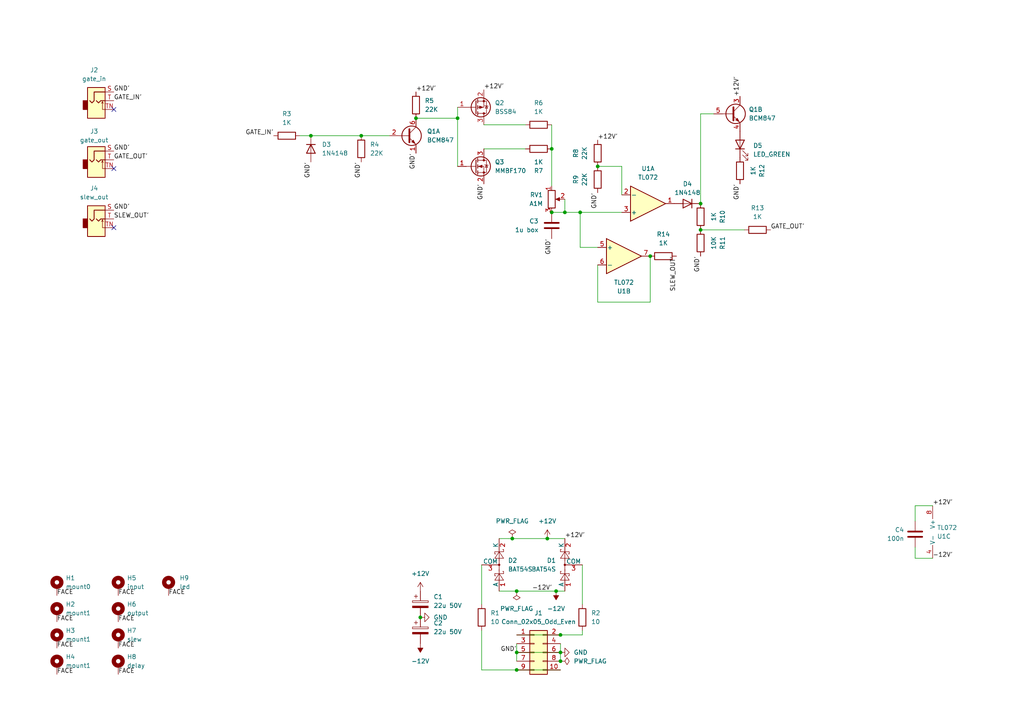
<source format=kicad_sch>
(kicad_sch (version 20230121) (generator eeschema)
  (paper "A4")
  (lib_symbols
    (symbol "Amplifier_Operational:TL072" (pin_names (offset 0.127))
      (property "Reference" "U" (at 0 5.08 0))
      (property "Value" "TL072" (at 0 -5.08 0))
      (symbol "TL072_1_1"
        (polyline (pts (xy -5.08 5.08) (xy 5.08 0) (xy -5.08 -5.08) (xy -5.08 5.08)) (stroke (width 0.254)) (fill (type background)))
        (pin output line (at 7.62 0 180) (length 2.54) (name "~") (number "1"))
        (pin input line (at -7.62 -2.54 0) (length 2.54) (name "-") (number "2"))
        (pin input line (at -7.62 2.54 0) (length 2.54) (name "+") (number "3"))
      )
      (symbol "TL072_2_1"
        (polyline (pts (xy -5.08 5.08) (xy 5.08 0) (xy -5.08 -5.08) (xy -5.08 5.08)) (stroke (width 0.254)) (fill (type background)))
        (pin input line (at -7.62 2.54 0) (length 2.54) (name "+") (number "5"))
        (pin input line (at -7.62 -2.54 0) (length 2.54) (name "-") (number "6"))
        (pin output line (at 7.62 0 180) (length 2.54) (name "~") (number "7"))
      )
      (symbol "TL072_3_1"
        (pin power_in line (at -2.54 -7.62 90) (length 3.81) (name "V-") (number "4"))
        (pin power_in line (at -2.54 7.62 270) (length 3.81) (name "V+") (number "8"))
      )
    )
    (symbol "Device:C" (pin_numbers hide) (pin_names (offset 0.254))
      (property "Reference" "C" (at 0.635 2.54 0))
      (property "Value" "C" (at 0.635 -2.54 0))
      (symbol "C_0_1"
        (polyline (pts (xy -2.032 -0.762) (xy 2.032 -0.762)) (stroke (width 0.508)))
        (polyline (pts (xy -2.032 0.762) (xy 2.032 0.762)) (stroke (width 0.508)))
      )
      (symbol "C_1_1"
        (pin passive line (at 0 3.81 270) (length 2.794) (name "~") (number "1"))
        (pin passive line (at 0 -3.81 90) (length 2.794) (name "~") (number "2"))
      )
    )
    (symbol "Device:C_Polarized" (pin_numbers hide) (pin_names (offset 0.254))
      (property "Reference" "C" (at 0.635 2.54 0))
      (property "Value" "C_Polarized" (at 0.635 -2.54 0))
      (symbol "C_Polarized_0_1"
        (rectangle (start -2.286 0.508) (end 2.286 1.016))
        (polyline (pts (xy -1.778 2.286) (xy -0.762 2.286)))
        (polyline (pts (xy -1.27 2.794) (xy -1.27 1.778)))
        (rectangle (start 2.286 -0.508) (end -2.286 -1.016) (fill (type outline)))
      )
      (symbol "C_Polarized_1_1"
        (pin passive line (at 0 3.81 270) (length 2.794) (name "~") (number "1"))
        (pin passive line (at 0 -3.81 90) (length 2.794) (name "~") (number "2"))
      )
    )
    (symbol "Device:D" (pin_numbers hide) (pin_names (offset 1.016) hide)
      (property "Reference" "D" (at 0 2.54 0))
      (property "Value" "D" (at 0 -2.54 0))
      (symbol "D_0_1"
        (polyline (pts (xy -1.27 1.27) (xy -1.27 -1.27)) (stroke (width 0.254)))
        (polyline (pts (xy 1.27 0) (xy -1.27 0)))
        (polyline (pts (xy 1.27 1.27) (xy 1.27 -1.27) (xy -1.27 0) (xy 1.27 1.27)) (stroke (width 0.254)))
      )
      (symbol "D_1_1"
        (pin passive line (at -3.81 0 0) (length 2.54) (name "K") (number "1"))
        (pin passive line (at 3.81 0 180) (length 2.54) (name "A") (number "2"))
      )
    )
    (symbol "Device:LED" (pin_numbers hide) (pin_names (offset 1.016) hide)
      (property "Reference" "D" (at 0 2.54 0))
      (property "Value" "LED" (at 0 -2.54 0))
      (symbol "LED_0_1"
        (polyline (pts (xy -1.27 -1.27) (xy -1.27 1.27)) (stroke (width 0.254)))
        (polyline (pts (xy -1.27 0) (xy 1.27 0)))
        (polyline (pts (xy 1.27 -1.27) (xy 1.27 1.27) (xy -1.27 0) (xy 1.27 -1.27)) (stroke (width 0.254)))
        (polyline (pts (xy -3.048 -0.762) (xy -4.572 -2.286) (xy -3.81 -2.286) (xy -4.572 -2.286) (xy -4.572 -1.524)))
        (polyline (pts (xy -1.778 -0.762) (xy -3.302 -2.286) (xy -2.54 -2.286) (xy -3.302 -2.286) (xy -3.302 -1.524)))
      )
      (symbol "LED_1_1"
        (pin passive line (at -3.81 0 0) (length 2.54) (name "K") (number "1"))
        (pin passive line (at 3.81 0 180) (length 2.54) (name "A") (number "2"))
      )
    )
    (symbol "Device:Q_Dual_NPN_NPN_E1B1C2E2B2C1" (pin_names (offset 0) hide)
      (property "Reference" "Q" (at 5.08 1.27 0))
      (property "Value" "Q_Dual_NPN_NPN_E1B1C2E2B2C1" (at 5.08 -1.27 0))
      (symbol "Q_Dual_NPN_NPN_E1B1C2E2B2C1_0_1"
        (polyline (pts (xy 0.635 0) (xy -2.54 0)))
        (polyline (pts (xy 0.635 0.635) (xy 2.54 2.54)))
        (polyline (pts (xy 0.635 -0.635) (xy 2.54 -2.54) (xy 2.54 -2.54)))
        (polyline (pts (xy 0.635 1.905) (xy 0.635 -1.905) (xy 0.635 -1.905)) (stroke (width 0.508)))
        (polyline (pts (xy 1.27 -1.778) (xy 1.778 -1.27) (xy 2.286 -2.286) (xy 1.27 -1.778) (xy 1.27 -1.778)) (fill (type outline)))
        (circle (center 1.27 0) (radius 2.8194) (stroke (width 0.254)))
      )
      (symbol "Q_Dual_NPN_NPN_E1B1C2E2B2C1_1_1"
        (pin passive line (at 2.54 -5.08 90) (length 2.54) (name "E1") (number "1"))
        (pin input line (at -5.08 0 0) (length 2.54) (name "B1") (number "2"))
        (pin passive line (at 2.54 5.08 270) (length 2.54) (name "C1") (number "6"))
      )
      (symbol "Q_Dual_NPN_NPN_E1B1C2E2B2C1_2_1"
        (pin passive line (at 2.54 5.08 270) (length 2.54) (name "C2") (number "3"))
        (pin passive line (at 2.54 -5.08 90) (length 2.54) (name "E2") (number "4"))
        (pin input line (at -5.08 0 0) (length 2.54) (name "B2") (number "5"))
      )
    )
    (symbol "Device:R" (pin_numbers hide) (pin_names (offset 0))
      (property "Reference" "R" (at 2.032 0 90))
      (property "Value" "R" (at 0 0 90))
      (symbol "R_0_1"
        (rectangle (start -1.016 -2.54) (end 1.016 2.54) (stroke (width 0.254)))
      )
      (symbol "R_1_1"
        (pin passive line (at 0 3.81 270) (length 1.27) (name "~") (number "1"))
        (pin passive line (at 0 -3.81 90) (length 1.27) (name "~") (number "2"))
      )
    )
    (symbol "Device:R_Potentiometer" (pin_names (offset 1.016) hide)
      (property "Reference" "RV" (at -4.445 0 90))
      (property "Value" "R_Potentiometer" (at -2.54 0 90))
      (symbol "R_Potentiometer_0_1"
        (polyline (pts (xy 2.54 0) (xy 1.524 0)))
        (polyline (pts (xy 1.143 0) (xy 2.286 0.508) (xy 2.286 -0.508) (xy 1.143 0)) (fill (type outline)))
        (rectangle (start 1.016 2.54) (end -1.016 -2.54) (stroke (width 0.254)))
      )
      (symbol "R_Potentiometer_1_1"
        (pin passive line (at 0 3.81 270) (length 1.27) (name "1") (number "1"))
        (pin passive line (at 3.81 0 180) (length 1.27) (name "2") (number "2"))
        (pin passive line (at 0 -3.81 90) (length 1.27) (name "3") (number "3"))
      )
    )
    (symbol "Eurorack:AudioJack2_SwitchT"
      (property "Reference" "J" (at 0 8.89 0))
      (property "Value" "AudioJack2_SwitchT" (at 0 6.35 0))
      (symbol "AudioJack2_SwitchT_0_1"
        (rectangle (start -2.54 0) (end -3.81 -2.54) (stroke (width 0.254)) (fill (type outline)))
        (rectangle (start -2.54 3.81) (end 2.54 -5.08) (stroke (width 0.254)) (fill (type background)))
        (polyline (pts (xy 1.778 -0.254) (xy 2.032 -0.762)))
        (polyline (pts (xy 0 0) (xy 0.635 -0.635) (xy 1.27 0) (xy 2.54 0)) (stroke (width 0.254)))
        (polyline (pts (xy 2.54 -2.54) (xy 1.778 -2.54) (xy 1.778 -0.254) (xy 1.524 -0.762)))
        (polyline (pts (xy 2.54 2.54) (xy -0.635 2.54) (xy -0.635 0) (xy -1.27 -0.635) (xy -1.905 0)) (stroke (width 0.254)))
      )
      (symbol "AudioJack2_SwitchT_1_1"
        (pin passive line (at 5.08 2.54 180) (length 2.54) (name "~") (number "S"))
        (pin passive line (at 5.08 0 180) (length 2.54) (name "~") (number "T"))
        (pin passive line (at 5.08 -2.54 180) (length 2.54) (name "~") (number "TN"))
      )
    )
    (symbol "Eurorack:BAT54S" (pin_names (offset 0))
      (property "Reference" "D" (at 2.54 -5.08 0))
      (property "Value" "BAT54S" (at -6.35 3.175 0))
      (symbol "BAT54S_0_1"
        (polyline (pts (xy -3.81 0) (xy -1.27 0)))
        (polyline (pts (xy -3.175 -1.27) (xy -3.175 -1.016)))
        (polyline (pts (xy -2.54 -1.27) (xy -3.175 -1.27)))
        (polyline (pts (xy -2.54 -1.27) (xy -2.54 1.27)))
        (polyline (pts (xy -2.54 1.27) (xy -1.905 1.27)))
        (polyline (pts (xy -1.905 0) (xy 1.905 0)))
        (polyline (pts (xy -1.905 1.27) (xy -1.905 1.016)))
        (polyline (pts (xy 1.27 0) (xy 3.81 0)))
        (polyline (pts (xy 3.175 -1.27) (xy 3.175 -1.016)))
        (polyline (pts (xy 3.81 -1.27) (xy 3.175 -1.27)))
        (polyline (pts (xy 3.81 -1.27) (xy 3.81 1.27)))
        (polyline (pts (xy 3.81 1.27) (xy 4.445 1.27)))
        (polyline (pts (xy 4.445 1.27) (xy 4.445 1.016)))
        (polyline (pts (xy -4.445 1.27) (xy -4.445 -1.27) (xy -2.54 0) (xy -4.445 1.27)))
        (polyline (pts (xy 1.905 1.27) (xy 1.905 -1.27) (xy 3.81 0) (xy 1.905 1.27)))
        (circle (center 0 0) (radius 0.254) (fill (type outline)))
      )
      (symbol "BAT54S_1_1"
        (pin passive line (at -7.62 0 0) (length 3.81) (name "A") (number "1"))
        (pin passive line (at 7.62 0 180) (length 3.81) (name "K") (number "2"))
        (pin passive line (at 0 -5.08 90) (length 5.08) (name "COM") (number "3"))
      )
    )
    (symbol "Eurorack:Conn_02x05_Odd_Even" (pin_names (offset 1.016) hide)
      (property "Reference" "J" (at 1.27 7.62 0))
      (property "Value" "Conn_02x05_Odd_Even" (at 1.27 -7.62 0))
      (symbol "Conn_02x05_Odd_Even_1_1"
        (rectangle (start -1.27 -4.953) (end 0 -5.207) (stroke (width 0.1524)))
        (rectangle (start -1.27 -2.413) (end 0 -2.667) (stroke (width 0.1524)))
        (rectangle (start -1.27 0.127) (end 0 -0.127) (stroke (width 0.1524)))
        (rectangle (start -1.27 2.667) (end 0 2.413) (stroke (width 0.1524)))
        (rectangle (start -1.27 5.207) (end 0 4.953) (stroke (width 0.1524)))
        (rectangle (start -1.27 6.35) (end 3.81 -6.35) (stroke (width 0.254)) (fill (type background)))
        (rectangle (start 3.81 -4.953) (end 2.54 -5.207) (stroke (width 0.1524)))
        (rectangle (start 3.81 -2.413) (end 2.54 -2.667) (stroke (width 0.1524)))
        (rectangle (start 3.81 0.127) (end 2.54 -0.127) (stroke (width 0.1524)))
        (rectangle (start 3.81 2.667) (end 2.54 2.413) (stroke (width 0.1524)))
        (rectangle (start 3.81 5.207) (end 2.54 4.953) (stroke (width 0.1524)))
        (pin passive line (at -5.08 5.08 0) (length 3.81) (name "Pin_1") (number "1"))
        (pin passive line (at 7.62 -5.08 180) (length 3.81) (name "Pin_10") (number "10"))
        (pin passive line (at 7.62 5.08 180) (length 3.81) (name "Pin_2") (number "2"))
        (pin passive line (at -5.08 2.54 0) (length 3.81) (name "Pin_3") (number "3"))
        (pin passive line (at 7.62 2.54 180) (length 3.81) (name "Pin_4") (number "4"))
        (pin passive line (at -5.08 0 0) (length 3.81) (name "Pin_5") (number "5"))
        (pin passive line (at 7.62 0 180) (length 3.81) (name "Pin_6") (number "6"))
        (pin passive line (at -5.08 -2.54 0) (length 3.81) (name "Pin_7") (number "7"))
        (pin passive line (at 7.62 -2.54 180) (length 3.81) (name "Pin_8") (number "8"))
        (pin passive line (at -5.08 -5.08 0) (length 3.81) (name "Pin_9") (number "9"))
      )
    )
    (symbol "Eurorack:MountingHole_Pad_Output" (pin_numbers hide) (pin_names (offset 1.016) hide) (in_bom no)
      (property "Reference" "H" (at 0 6.35 0))
      (property "Value" "MountingHole_Pad_Output" (at 0 4.445 0))
      (symbol "MountingHole_Pad_Output_0_1"
        (circle (center 0 1.27) (radius 1.27) (stroke (width 1.27)))
      )
      (symbol "MountingHole_Pad_Output_1_1"
        (pin output line (at 0 -2.54 90) (length 2.54) (name "1") (number "1"))
      )
    )
    (symbol "Mechanical:MountingHole_Pad" (pin_numbers hide) (pin_names (offset 1.016) hide)
      (property "Reference" "H" (at 0 6.35 0))
      (property "Value" "MountingHole_Pad" (at 0 4.445 0))
      (symbol "MountingHole_Pad_0_1"
        (circle (center 0 1.27) (radius 1.27) (stroke (width 1.27)))
      )
      (symbol "MountingHole_Pad_1_1"
        (pin input line (at 0 -2.54 90) (length 2.54) (name "1") (number "1"))
      )
    )
    (symbol "Transistor_FET:BSS84" (pin_names hide)
      (property "Reference" "Q" (at 5.08 1.905 0))
      (property "Value" "BSS84" (at 5.08 0 0))
      (symbol "BSS84_0_1"
        (polyline (pts (xy 0.254 0) (xy -2.54 0)))
        (polyline (pts (xy 0.254 1.905) (xy 0.254 -1.905)) (stroke (width 0.254)))
        (polyline (pts (xy 0.762 -1.27) (xy 0.762 -2.286)) (stroke (width 0.254)))
        (polyline (pts (xy 0.762 0.508) (xy 0.762 -0.508)) (stroke (width 0.254)))
        (polyline (pts (xy 0.762 2.286) (xy 0.762 1.27)) (stroke (width 0.254)))
        (polyline (pts (xy 2.54 2.54) (xy 2.54 1.778)))
        (polyline (pts (xy 2.54 -2.54) (xy 2.54 0) (xy 0.762 0)))
        (polyline (pts (xy 0.762 1.778) (xy 3.302 1.778) (xy 3.302 -1.778) (xy 0.762 -1.778)))
        (polyline (pts (xy 2.286 0) (xy 1.27 0.381) (xy 1.27 -0.381) (xy 2.286 0)) (fill (type outline)))
        (polyline (pts (xy 2.794 -0.508) (xy 2.921 -0.381) (xy 3.683 -0.381) (xy 3.81 -0.254)))
        (polyline (pts (xy 3.302 -0.381) (xy 2.921 0.254) (xy 3.683 0.254) (xy 3.302 -0.381)))
        (circle (center 1.651 0) (radius 2.794) (stroke (width 0.254)))
        (circle (center 2.54 -1.778) (radius 0.254) (fill (type outline)))
        (circle (center 2.54 1.778) (radius 0.254) (fill (type outline)))
      )
      (symbol "BSS84_1_1"
        (pin input line (at -5.08 0 0) (length 2.54) (name "G") (number "1"))
        (pin passive line (at 2.54 -5.08 90) (length 2.54) (name "S") (number "2"))
        (pin passive line (at 2.54 5.08 270) (length 2.54) (name "D") (number "3"))
      )
    )
    (symbol "Transistor_FET:MMBF170" (pin_names hide)
      (property "Reference" "Q" (at 5.08 1.905 0))
      (property "Value" "MMBF170" (at 5.08 0 0))
      (symbol "MMBF170_0_1"
        (polyline (pts (xy 0.254 0) (xy -2.54 0)))
        (polyline (pts (xy 0.254 1.905) (xy 0.254 -1.905)) (stroke (width 0.254)))
        (polyline (pts (xy 0.762 -1.27) (xy 0.762 -2.286)) (stroke (width 0.254)))
        (polyline (pts (xy 0.762 0.508) (xy 0.762 -0.508)) (stroke (width 0.254)))
        (polyline (pts (xy 0.762 2.286) (xy 0.762 1.27)) (stroke (width 0.254)))
        (polyline (pts (xy 2.54 2.54) (xy 2.54 1.778)))
        (polyline (pts (xy 2.54 -2.54) (xy 2.54 0) (xy 0.762 0)))
        (polyline (pts (xy 0.762 -1.778) (xy 3.302 -1.778) (xy 3.302 1.778) (xy 0.762 1.778)))
        (polyline (pts (xy 1.016 0) (xy 2.032 0.381) (xy 2.032 -0.381) (xy 1.016 0)) (fill (type outline)))
        (polyline (pts (xy 2.794 0.508) (xy 2.921 0.381) (xy 3.683 0.381) (xy 3.81 0.254)))
        (polyline (pts (xy 3.302 0.381) (xy 2.921 -0.254) (xy 3.683 -0.254) (xy 3.302 0.381)))
        (circle (center 1.651 0) (radius 2.794) (stroke (width 0.254)))
        (circle (center 2.54 -1.778) (radius 0.254) (fill (type outline)))
        (circle (center 2.54 1.778) (radius 0.254) (fill (type outline)))
      )
      (symbol "MMBF170_1_1"
        (pin input line (at -5.08 0 0) (length 2.54) (name "G") (number "1"))
        (pin passive line (at 2.54 -5.08 90) (length 2.54) (name "S") (number "2"))
        (pin passive line (at 2.54 5.08 270) (length 2.54) (name "D") (number "3"))
      )
    )
    (symbol "power:+12V" (power) (pin_names (offset 0))
      (property "Value" "+12V" (at 0 3.556 0))
      (symbol "+12V_0_1"
        (polyline (pts (xy -0.762 1.27) (xy 0 2.54)))
        (polyline (pts (xy 0 0) (xy 0 2.54)))
        (polyline (pts (xy 0 2.54) (xy 0.762 1.27)))
      )
      (symbol "+12V_1_1"
        (pin power_in line (at 0 0 90) (length 0) hide (name "+12V") (number "1"))
      )
    )
    (symbol "power:-12V" (power) (pin_names (offset 0))
      (property "Value" "-12V" (at 0 3.81 0))
      (symbol "-12V_0_0"
        (pin power_in line (at 0 0 90) (length 0) hide (name "-12V") (number "1"))
      )
      (symbol "-12V_0_1"
        (polyline (pts (xy 0 0) (xy 0 1.27) (xy 0.762 1.27) (xy 0 2.54) (xy -0.762 1.27) (xy 0 1.27)) (fill (type outline)))
      )
    )
    (symbol "power:GND" (power) (pin_names (offset 0))
      (property "Value" "GND" (at 0 -3.81 0))
      (symbol "GND_0_1"
        (polyline (pts (xy 0 0) (xy 0 -1.27) (xy 1.27 -1.27) (xy 0 -2.54) (xy -1.27 -1.27) (xy 0 -1.27)))
      )
      (symbol "GND_1_1"
        (pin power_in line (at 0 0 270) (length 0) hide (name "GND") (number "1"))
      )
    )
    (symbol "power:PWR_FLAG" (power) (pin_numbers hide) (pin_names (offset 0) hide)
      (property "Value" "PWR_FLAG" (at 0 3.81 0))
      (symbol "PWR_FLAG_0_0"
        (pin power_out line (at 0 0 90) (length 0) (name "pwr") (number "1"))
      )
      (symbol "PWR_FLAG_0_1"
        (polyline (pts (xy 0 0) (xy 0 1.27) (xy -1.016 1.905) (xy 0 2.54) (xy 1.016 1.905) (xy 0 1.27)))
      )
    )
  )
  (junction (at 149.86 171.45))
  (junction (at 168.275 61.595))
  (junction (at 203.2 59.055))
  (junction (at 163.83 61.595))
  (junction (at 173.355 48.26))
  (junction (at 149.86 194.31))
  (junction (at 148.59 156.21))
  (junction (at 160.02 61.595))
  (junction (at 162.56 191.77))
  (junction (at 188.595 74.295))
  (junction (at 149.86 189.23))
  (junction (at 161.29 171.45))
  (junction (at 121.92 179.07))
  (junction (at 90.17 39.37))
  (junction (at 104.775 39.37))
  (junction (at 160.02 43.18))
  (junction (at 203.2 66.675))
  (junction (at 158.75 156.21))
  (junction (at 120.65 34.29))
  (junction (at 132.715 34.29))
  (junction (at 162.56 184.15))
  (junction (at 162.56 189.23))
  (no_connect (at 33.02 66.04))
  (no_connect (at 33.02 48.895))
  (no_connect (at 33.02 31.75))
  (wire (pts (xy 180.34 48.26) (xy 173.355 48.26)))
  (wire (pts (xy 144.78 156.21) (xy 148.59 156.21)))
  (wire (pts (xy 168.275 71.755) (xy 173.355 71.755)))
  (wire (pts (xy 163.83 61.595) (xy 160.02 61.595)))
  (wire (pts (xy 132.715 34.29) (xy 132.715 48.26)))
  (wire (pts (xy 113.03 39.37) (xy 104.775 39.37)))
  (wire (pts (xy 148.59 156.21) (xy 158.75 156.21)))
  (wire (pts (xy 160.02 43.18) (xy 160.02 53.975)))
  (wire (pts (xy 168.91 184.15) (xy 168.91 182.88)))
  (wire (pts (xy 149.86 189.23) (xy 162.56 189.23)))
  (wire (pts (xy 144.78 171.45) (xy 149.86 171.45)))
  (wire (pts (xy 215.9 66.675) (xy 203.2 66.675)))
  (wire (pts (xy 163.83 57.785) (xy 163.83 61.595)))
  (wire (pts (xy 149.86 186.69) (xy 149.86 189.23)))
  (wire (pts (xy 90.17 39.37) (xy 86.995 39.37)))
  (wire (pts (xy 265.43 151.13) (xy 265.43 146.685)))
  (wire (pts (xy 132.715 31.115) (xy 132.715 34.29)))
  (wire (pts (xy 207.01 33.02) (xy 203.2 33.02)))
  (wire (pts (xy 162.56 189.23) (xy 162.56 191.77)))
  (wire (pts (xy 203.2 33.02) (xy 203.2 59.055)))
  (wire (pts (xy 149.86 184.15) (xy 162.56 184.15)))
  (wire (pts (xy 149.86 171.45) (xy 161.29 171.45)))
  (wire (pts (xy 152.4 36.195) (xy 140.335 36.195)))
  (wire (pts (xy 160.02 36.195) (xy 160.02 43.18)))
  (wire (pts (xy 162.56 186.69) (xy 162.56 189.23)))
  (wire (pts (xy 161.29 171.45) (xy 163.83 171.45)))
  (wire (pts (xy 90.17 39.37) (xy 104.775 39.37)))
  (wire (pts (xy 139.7 194.31) (xy 139.7 182.88)))
  (wire (pts (xy 265.43 146.685) (xy 270.51 146.685)))
  (wire (pts (xy 162.56 184.15) (xy 168.91 184.15)))
  (wire (pts (xy 149.86 194.31) (xy 139.7 194.31)))
  (wire (pts (xy 139.7 163.83) (xy 139.7 175.26)))
  (wire (pts (xy 168.275 61.595) (xy 168.275 71.755)))
  (wire (pts (xy 180.34 56.515) (xy 180.34 48.26)))
  (wire (pts (xy 270.51 161.925) (xy 265.43 161.925)))
  (wire (pts (xy 173.355 87.63) (xy 188.595 87.63)))
  (wire (pts (xy 265.43 161.925) (xy 265.43 158.75)))
  (wire (pts (xy 168.275 61.595) (xy 180.34 61.595)))
  (wire (pts (xy 162.56 194.31) (xy 149.86 194.31)))
  (wire (pts (xy 120.65 34.29) (xy 132.715 34.29)))
  (wire (pts (xy 163.83 61.595) (xy 168.275 61.595)))
  (wire (pts (xy 149.86 189.23) (xy 149.86 191.77)))
  (wire (pts (xy 168.91 163.83) (xy 168.91 175.26)))
  (wire (pts (xy 158.75 156.21) (xy 163.83 156.21)))
  (wire (pts (xy 188.595 87.63) (xy 188.595 74.295)))
  (wire (pts (xy 152.4 43.18) (xy 140.335 43.18)))
  (wire (pts (xy 173.355 87.63) (xy 173.355 76.835)))
  (label "GND'" (at 120.65 44.45 270))
  (label "FACE" (at 16.51 195.58 0))
  (label "FACE" (at 34.29 187.96 0))
  (label "GND'" (at 203.2 74.295 270))
  (label "GND'" (at 140.335 53.34 270))
  (label "FACE" (at 34.29 195.58 0))
  (label "GATE_IN'" (at 79.375 39.37 180))
  (label "+12V'" (at 163.83 156.21 0))
  (label "FACE" (at 48.895 172.72 0))
  (label "FACE" (at 34.29 172.72 0))
  (label "SLEW_OUT'" (at 196.215 74.295 270))
  (label "FACE" (at 16.51 172.72 0))
  (label "+12V'" (at 140.335 26.035 0))
  (label "GND'" (at 160.02 69.215 270))
  (label "GATE_IN'" (at 33.02 29.21 0))
  (label "-12V'" (at 270.51 161.925 0))
  (label "GND'" (at 173.355 55.88 270))
  (label "FACE" (at 16.51 187.96 0))
  (label "GND'" (at 33.02 43.815 0))
  (label "-12V'" (at 154.305 171.45 0))
  (label "GND'" (at 214.63 53.34 270))
  (label "GND'" (at 149.86 189.23 180))
  (label "FACE" (at 34.29 180.34 0))
  (label "GATE_OUT'" (at 223.52 66.675 0))
  (label "+12V'" (at 214.63 27.94 90))
  (label "+12V'" (at 270.51 146.685 0))
  (label "+12V'" (at 120.65 26.67 0))
  (label "GATE_OUT'" (at 33.02 46.355 0))
  (label "GND'" (at 33.02 60.96 0))
  (label "SLEW_OUT'" (at 33.02 63.5 0))
  (label "GND'" (at 33.02 26.67 0))
  (label "FACE" (at 16.51 180.34 0))
  (label "GND'" (at 104.775 46.99 270))
  (label "GND'" (at 90.17 46.99 270))
  (label "+12V'" (at 173.355 40.64 0))
  (symbol (lib_id "power:-12V") (at 161.29 171.45 180) (unit 1)
    (property "Reference" "#PWR05" (effects hide))
    (property "Value" "-12V" (at 161.29 176.53 0))
  )
  (symbol (lib_id "Device:D") (at 199.39 59.055 180) (unit 1)
    (property "Reference" "D4" (at 199.39 53.34 0))
    (property "Value" "1N4148" (at 199.39 55.88 0))
    (property "Footprint" "Diode_SMD:D_SOD-323_HandSoldering" (effects hide))
    (property "Sim.Device" "D" (effects hide))
    (property "Sim.Pins" "1=K 2=A" (effects hide))
  )
  (symbol (lib_id "Mechanical:MountingHole_Pad") (at 34.29 170.18 0) (unit 1) (in_bom no)
    (property "Reference" "H5" (at 36.83 167.64 0) (effects (justify left)))
    (property "Value" "input" (at 36.83 170.18 0) (effects (justify left)))
    (property "Footprint" "Eurorack:Mech-AudioJack-Hole-Input-Gate" (effects hide))
  )
  (symbol (lib_id "Device:R_Potentiometer") (at 160.02 57.785 0) (unit 1)
    (property "Reference" "RV1" (at 157.48 56.515 0) (effects (justify right)))
    (property "Value" "A1M" (at 157.48 59.055 0) (effects (justify right)))
    (property "Footprint" "Eurorack:Potentiometer_RV16AF-41-15R1" (effects hide))
  )
  (symbol (lib_id "Device:R") (at 219.71 66.675 270) (mirror x) (unit 1)
    (property "Reference" "R13" (at 219.71 60.325 90))
    (property "Value" "1K" (at 219.71 62.865 90))
    (property "Footprint" "Resistor_SMD:R_0805_2012Metric" (effects hide))
  )
  (symbol (lib_id "Mechanical:MountingHole_Pad") (at 34.29 193.04 0) (unit 1) (in_bom no)
    (property "Reference" "H8" (at 36.83 190.5 0) (effects (justify left)))
    (property "Value" "delay" (at 36.83 193.04 0) (effects (justify left)))
    (property "Footprint" "Eurorack:Mech-Potentiometer-Hole_level_90deg" (effects hide))
  )
  (symbol (lib_id "Device:Q_Dual_NPN_NPN_E1B1C2E2B2C1") (at 118.11 39.37 0) (unit 1)
    (property "Reference" "Q1" (at 123.825 38.1 0) (effects (justify left)))
    (property "Value" "BCM847" (at 123.825 40.64 0) (effects (justify left)))
    (property "Footprint" "Package_SO:TSOP-6_1.65x3.05mm_P0.95mm" (effects hide))
    (property "Vendor" "Mouser" (effects hide))
    (property "PartNum" "771-BCM847DS135" (effects hide))
  )
  (symbol (lib_id "Mechanical:MountingHole_Pad") (at 34.29 177.8 0) (unit 1) (in_bom no)
    (property "Reference" "H6" (at 36.83 175.26 0) (effects (justify left)))
    (property "Value" "output" (at 36.83 177.8 0) (effects (justify left)))
    (property "Footprint" "Eurorack:Mech-AudioJack-Hole-Output-Gate" (effects hide))
  )
  (symbol (lib_id "Device:R") (at 173.355 44.45 180) (unit 1)
    (property "Reference" "R8" (at 167.005 44.45 90))
    (property "Value" "22K" (at 169.545 44.45 90))
    (property "Footprint" "Resistor_SMD:R_0805_2012Metric" (effects hide))
  )
  (symbol (lib_id "Device:R") (at 156.21 36.195 270) (mirror x) (unit 1)
    (property "Reference" "R6" (at 156.21 29.845 90))
    (property "Value" "1K" (at 156.21 32.385 90))
    (property "Footprint" "Resistor_SMD:R_0805_2012Metric" (effects hide))
  )
  (symbol (lib_id "Device:LED") (at 214.63 41.91 90) (unit 1)
    (property "Reference" "D5" (at 218.44 42.2275 90) (effects (justify right)))
    (property "Value" "LED_GREEN" (at 218.44 44.7675 90) (effects (justify right)))
    (property "Footprint" "LED_THT:LED_D3.0mm" (effects hide))
  )
  (symbol (lib_id "Device:R") (at 156.21 43.18 270) (unit 1)
    (property "Reference" "R7" (at 156.21 49.53 90))
    (property "Value" "1K" (at 156.21 46.99 90))
    (property "Footprint" "Resistor_SMD:R_0805_2012Metric" (effects hide))
  )
  (symbol (lib_id "Amplifier_Operational:TL072") (at 267.97 154.305 0) (mirror y) (unit 3)
    (property "Reference" "U1" (at 271.78 155.575 0) (effects (justify right)))
    (property "Value" "TL072" (at 271.78 153.035 0) (effects (justify right)))
    (property "Footprint" "Package_SO:SOIC-8_3.9x4.9mm_P1.27mm" (effects hide))
    (property "Datasheet" "http://www.ti.com/lit/ds/symlink/tl071.pdf" (effects hide))
    (property "Vendor" "Mouser" (effects hide))
    (property "PartNum" "771-BCM847DS135" (effects hide))
  )
  (symbol (lib_id "Device:R") (at 192.405 74.295 270) (mirror x) (unit 1)
    (property "Reference" "R14" (at 192.405 67.945 90))
    (property "Value" "1K" (at 192.405 70.485 90))
    (property "Footprint" "Resistor_SMD:R_0805_2012Metric" (effects hide))
  )
  (symbol (lib_id "Device:C") (at 160.02 65.405 0) (mirror y) (unit 1)
    (property "Reference" "C3" (at 156.21 64.135 0) (effects (justify left)))
    (property "Value" "1u box" (at 156.21 66.675 0) (effects (justify left)))
    (property "Footprint" "Capacitor_THT:C_Rect_L7.2mm_W5.5mm_P5.00mm_FKS2_FKP2_MKS2_MKP2" (effects hide))
  )
  (symbol (lib_id "Eurorack:AudioJack2_SwitchT") (at 27.94 29.21 0) (unit 1)
    (property "Reference" "J2" (at 27.305 20.32 0))
    (property "Value" "gate_in" (at 27.305 22.86 0))
    (property "Footprint" "Eurorack:AudioJack2_Tayda_A-2566" (effects hide))
    (property "Vendor" "Tayda" (effects hide))
    (property "PartNum" "A-2566" (effects hide))
  )
  (symbol (lib_id "Device:R") (at 203.2 70.485 0) (unit 1)
    (property "Reference" "R11" (at 209.55 70.485 90))
    (property "Value" "10K" (at 207.01 70.485 90))
    (property "Footprint" "Resistor_SMD:R_0805_2012Metric" (effects hide))
  )
  (symbol (lib_id "Device:Q_Dual_NPN_NPN_E1B1C2E2B2C1") (at 212.09 33.02 0) (unit 2)
    (property "Reference" "Q1" (at 217.17 31.75 0) (effects (justify left)))
    (property "Value" "BCM847" (at 217.17 34.29 0) (effects (justify left)))
    (property "Footprint" "Package_SO:TSOP-6_1.65x3.05mm_P0.95mm" (effects hide))
    (property "Vendor" "Mouser" (effects hide))
    (property "PartNum" "771-BCM847DS135" (effects hide))
  )
  (symbol (lib_id "Eurorack:MountingHole_Pad_Output") (at 16.51 170.18 0) (unit 1) (in_bom no)
    (property "Reference" "H1" (at 19.05 167.64 0) (effects (justify left)))
    (property "Value" "mount0" (at 19.05 170.18 0) (effects (justify left)))
    (property "Footprint" "Eurorack:Mech-MountingHole" (effects hide))
  )
  (symbol (lib_id "Device:R") (at 120.65 30.48 0) (unit 1)
    (property "Reference" "R5" (at 123.19 29.21 0) (effects (justify left)))
    (property "Value" "22K" (at 123.19 31.75 0) (effects (justify left)))
    (property "Footprint" "Resistor_SMD:R_0805_2012Metric" (effects hide))
  )
  (symbol (lib_id "Mechanical:MountingHole_Pad") (at 34.29 185.42 0) (unit 1) (in_bom no)
    (property "Reference" "H7" (at 36.83 182.88 0) (effects (justify left)))
    (property "Value" "slew" (at 36.83 185.42 0) (effects (justify left)))
    (property "Footprint" "Eurorack:Mech-AudioJack-Hole-Output-CV" (effects hide))
  )
  (symbol (lib_id "Eurorack:BAT54S") (at 163.83 163.83 90) (unit 1)
    (property "Reference" "D1" (at 161.29 162.56 90) (effects (justify left)))
    (property "Value" "BAT54S" (at 161.29 165.1 90) (effects (justify left)))
    (property "Footprint" "Package_TO_SOT_SMD:SOT-23" (effects hide))
    (property "Datasheet" "https://www.diodes.com/assets/Datasheets/ds11005.pdf" (effects hide))
    (property "Vendor" "Mouser" (effects hide))
    (property "PartNum" "863-BAT54SLT1G" (effects hide))
  )
  (symbol (lib_id "Device:R") (at 168.91 179.07 0) (unit 1)
    (property "Reference" "R2" (at 171.45 177.8 0) (effects (justify left)))
    (property "Value" "10" (at 171.45 180.34 0) (effects (justify left)))
    (property "Footprint" "Resistor_SMD:R_0805_2012Metric" (effects hide))
  )
  (symbol (lib_id "Eurorack:BAT54S") (at 144.78 163.83 270) (mirror x) (unit 1)
    (property "Reference" "D2" (at 147.32 162.56 90) (effects (justify left)))
    (property "Value" "BAT54S" (at 147.32 165.1 90) (effects (justify left)))
    (property "Footprint" "Package_TO_SOT_SMD:SOT-23" (effects hide))
    (property "Datasheet" "https://www.diodes.com/assets/Datasheets/ds11005.pdf" (effects hide))
    (property "Vendor" "Mouser" (effects hide))
    (property "PartNum" "863-BAT54SLT1G" (effects hide))
  )
  (symbol (lib_id "Device:R") (at 83.185 39.37 90) (unit 1)
    (property "Reference" "R3" (at 83.185 33.02 90))
    (property "Value" "1K" (at 83.185 35.56 90))
    (property "Footprint" "Resistor_SMD:R_0805_2012Metric" (effects hide))
  )
  (symbol (lib_id "Eurorack:MountingHole_Pad_Output") (at 48.895 170.18 0) (unit 1) (in_bom no)
    (property "Reference" "H9" (at 52.07 167.64 0) (effects (justify left)))
    (property "Value" "led" (at 52.07 170.18 0) (effects (justify left)))
    (property "Footprint" "Eurorack:Mech-LED-Hole-3mm-Bezel" (effects hide))
  )
  (symbol (lib_id "Mechanical:MountingHole_Pad") (at 16.51 185.42 0) (unit 1) (in_bom no)
    (property "Reference" "H3" (at 19.05 182.88 0) (effects (justify left)))
    (property "Value" "mount1" (at 19.05 185.42 0) (effects (justify left)))
    (property "Footprint" "Eurorack:Mech-MountingHole" (effects hide))
  )
  (symbol (lib_id "power:PWR_FLAG") (at 148.59 156.21 0) (unit 1)
    (property "Reference" "#FLG03" (effects hide))
    (property "Value" "PWR_FLAG" (at 148.59 151.13 0))
  )
  (symbol (lib_id "Device:R") (at 214.63 49.53 0) (unit 1)
    (property "Reference" "R12" (at 220.98 49.53 90))
    (property "Value" "1K" (at 218.44 49.53 90))
    (property "Footprint" "Resistor_SMD:R_0805_2012Metric" (effects hide))
  )
  (symbol (lib_id "Amplifier_Operational:TL072") (at 187.96 59.055 0) (mirror x) (unit 1)
    (property "Reference" "U1" (at 187.96 48.895 0))
    (property "Value" "TL072" (at 187.96 51.435 0))
    (property "Footprint" "Package_SO:SOIC-8_3.9x4.9mm_P1.27mm" (effects hide))
    (property "Datasheet" "http://www.ti.com/lit/ds/symlink/tl071.pdf" (effects hide))
    (property "Vendor" "Mouser" (effects hide))
    (property "PartNum" "771-BCM847DS135" (effects hide))
  )
  (symbol (lib_id "power:PWR_FLAG") (at 162.56 191.77 270) (unit 1)
    (property "Reference" "#FLG01" (effects hide))
    (property "Value" "PWR_FLAG" (at 166.37 191.77 90) (effects (justify left)))
  )
  (symbol (lib_id "Device:D") (at 90.17 43.18 270) (unit 1)
    (property "Reference" "D3" (at 93.345 41.91 90) (effects (justify left)))
    (property "Value" "1N4148" (at 93.345 44.45 90) (effects (justify left)))
    (property "Footprint" "Diode_SMD:D_SOD-323_HandSoldering" (effects hide))
    (property "Sim.Device" "D" (effects hide))
    (property "Sim.Pins" "1=K 2=A" (effects hide))
  )
  (symbol (lib_id "power:GND") (at 121.92 179.07 90) (unit 1)
    (property "Reference" "#PWR02" (effects hide))
    (property "Value" "GND" (at 125.73 179.07 90) (effects (justify right)))
  )
  (symbol (lib_id "power:PWR_FLAG") (at 149.86 171.45 180) (unit 1)
    (property "Reference" "#FLG02" (effects hide))
    (property "Value" "PWR_FLAG" (at 149.86 176.53 0))
  )
  (symbol (lib_id "Mechanical:MountingHole_Pad") (at 16.51 193.04 0) (unit 1) (in_bom no)
    (property "Reference" "H4" (at 19.05 190.5 0) (effects (justify left)))
    (property "Value" "mount1" (at 19.05 193.04 0) (effects (justify left)))
    (property "Footprint" "Eurorack:Mech-MountingHole" (effects hide))
  )
  (symbol (lib_id "Device:C_Polarized") (at 121.92 182.88 0) (unit 1)
    (property "Reference" "C2" (at 125.73 180.721 0) (effects (justify left)))
    (property "Value" "22u 50V" (at 125.73 183.261 0) (effects (justify left)))
    (property "Footprint" "Capacitor_THT:CP_Radial_D5.0mm_P2.50mm" (effects hide))
  )
  (symbol (lib_id "Eurorack:Conn_02x05_Odd_Even") (at 154.94 189.23 0) (unit 1)
    (property "Reference" "J1" (at 156.21 177.8 0))
    (property "Value" "Conn_02x05_Odd_Even" (at 156.21 180.34 0))
    (property "Footprint" "Eurorack:PinHeader_2x05_P2.54mm_Vertical" (effects hide))
    (property "Vendor" "Tayda" (effects hide))
    (property "PartNum" "A-2939" (effects hide))
  )
  (symbol (lib_id "Amplifier_Operational:TL072") (at 180.975 74.295 0) (unit 2)
    (property "Reference" "U1" (at 180.975 84.455 0))
    (property "Value" "TL072" (at 180.975 81.915 0))
    (property "Footprint" "Package_SO:SOIC-8_3.9x4.9mm_P1.27mm" (effects hide))
    (property "Datasheet" "http://www.ti.com/lit/ds/symlink/tl071.pdf" (effects hide))
    (property "Vendor" "Mouser" (effects hide))
    (property "PartNum" "771-BCM847DS135" (effects hide))
  )
  (symbol (lib_id "Device:R") (at 203.2 62.865 0) (mirror x) (unit 1)
    (property "Reference" "R10" (at 209.55 62.865 90))
    (property "Value" "1K" (at 207.01 62.865 90))
    (property "Footprint" "Resistor_SMD:R_0805_2012Metric" (effects hide))
  )
  (symbol (lib_id "Mechanical:MountingHole_Pad") (at 16.51 177.8 0) (unit 1) (in_bom no)
    (property "Reference" "H2" (at 19.05 175.26 0) (effects (justify left)))
    (property "Value" "mount1" (at 19.05 177.8 0) (effects (justify left)))
    (property "Footprint" "Eurorack:Mech-MountingHole" (effects hide))
  )
  (symbol (lib_id "power:-12V") (at 121.92 186.69 180) (unit 1)
    (property "Reference" "#PWR06" (effects hide))
    (property "Value" "-12V" (at 121.92 191.77 0))
  )
  (symbol (lib_id "Device:C_Polarized") (at 121.92 175.26 0) (unit 1)
    (property "Reference" "C1" (at 125.73 173.101 0) (effects (justify left)))
    (property "Value" "22u 50V" (at 125.73 175.641 0) (effects (justify left)))
    (property "Footprint" "Capacitor_THT:CP_Radial_D5.0mm_P2.50mm" (effects hide))
  )
  (symbol (lib_id "Transistor_FET:MMBF170") (at 137.795 48.26 0) (unit 1)
    (property "Reference" "Q3" (at 143.51 46.99 0) (effects (justify left)))
    (property "Value" "MMBF170" (at 143.51 49.53 0) (effects (justify left)))
    (property "Footprint" "Package_TO_SOT_SMD:SOT-23" (effects hide))
    (property "Datasheet" "https://www.diodes.com/assets/Datasheets/ds30104.pdf" (effects hide))
    (property "Vendor" "Mouser" (effects hide))
    (property "PartNum" "863-MMBF170LT1G" (effects hide))
  )
  (symbol (lib_id "Eurorack:AudioJack2_SwitchT") (at 27.94 63.5 0) (unit 1)
    (property "Reference" "J4" (at 27.305 54.61 0))
    (property "Value" "slew_out" (at 27.305 57.15 0))
    (property "Footprint" "Eurorack:AudioJack2_Tayda_A-2566" (effects hide))
    (property "Vendor" "Tayda" (effects hide))
    (property "PartNum" "A-2566" (effects hide))
  )
  (symbol (lib_id "Device:R") (at 173.355 52.07 180) (unit 1)
    (property "Reference" "R9" (at 167.005 52.07 90))
    (property "Value" "22K" (at 169.545 52.07 90))
    (property "Footprint" "Resistor_SMD:R_0805_2012Metric" (effects hide))
  )
  (symbol (lib_id "Device:C") (at 265.43 154.94 0) (mirror y) (unit 1)
    (property "Reference" "C4" (at 262.255 153.67 0) (effects (justify left)))
    (property "Value" "100n" (at 262.255 156.21 0) (effects (justify left)))
    (property "Footprint" "Capacitor_SMD:C_0805_2012Metric" (effects hide))
  )
  (symbol (lib_id "Device:R") (at 139.7 179.07 0) (unit 1)
    (property "Reference" "R1" (at 142.24 177.8 0) (effects (justify left)))
    (property "Value" "10" (at 142.24 180.34 0) (effects (justify left)))
    (property "Footprint" "Resistor_SMD:R_0805_2012Metric" (effects hide))
  )
  (symbol (lib_id "Device:R") (at 104.775 43.18 0) (unit 1)
    (property "Reference" "R4" (at 107.315 41.91 0) (effects (justify left)))
    (property "Value" "22K" (at 107.315 44.45 0) (effects (justify left)))
    (property "Footprint" "Resistor_SMD:R_0805_2012Metric" (effects hide))
  )
  (symbol (lib_id "power:GND") (at 162.56 189.23 90) (unit 1)
    (property "Reference" "#PWR01" (effects hide))
    (property "Value" "GND" (at 166.37 189.23 90) (effects (justify right)))
  )
  (symbol (lib_id "power:+12V") (at 121.92 171.45 0) (unit 1)
    (property "Reference" "#PWR04" (effects hide))
    (property "Value" "+12V" (at 121.92 166.37 0))
  )
  (symbol (lib_id "Eurorack:AudioJack2_SwitchT") (at 27.94 46.355 0) (unit 1)
    (property "Reference" "J3" (at 27.305 38.1 0))
    (property "Value" "gate_out" (at 27.305 40.64 0))
    (property "Footprint" "Eurorack:AudioJack2_Tayda_A-2566" (effects hide))
    (property "Vendor" "Tayda" (effects hide))
    (property "PartNum" "A-2566" (effects hide))
  )
  (symbol (lib_id "power:+12V") (at 158.75 156.21 0) (unit 1)
    (property "Reference" "#PWR03" (effects hide))
    (property "Value" "+12V" (at 158.75 151.13 0))
  )
  (symbol (lib_id "Transistor_FET:BSS84") (at 137.795 31.115 0) (mirror x) (unit 1)
    (property "Reference" "Q2" (at 143.51 29.845 0) (effects (justify left)))
    (property "Value" "BSS84" (at 143.51 32.385 0) (effects (justify left)))
    (property "Footprint" "Package_TO_SOT_SMD:SOT-23" (effects hide))
    (property "Datasheet" "http://assets.nexperia.com/documents/data-sheet/BSS84.pdf" (effects hide))
    (property "Vendor" "Mouser" (effects hide))
    (property "PartNum" "512-BSS84" (effects hide))
  )
)
</source>
